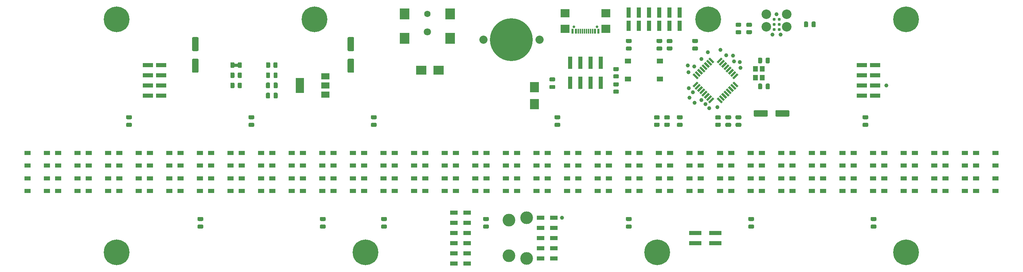
<source format=gbr>
%TF.GenerationSoftware,KiCad,Pcbnew,5.1.8-db9833491~88~ubuntu20.04.1*%
%TF.CreationDate,2020-12-13T22:35:30+05:30*%
%TF.ProjectId,halo,68616c6f-2e6b-4696-9361-645f70636258,v1*%
%TF.SameCoordinates,Original*%
%TF.FileFunction,Soldermask,Top*%
%TF.FilePolarity,Negative*%
%FSLAX46Y46*%
G04 Gerber Fmt 4.6, Leading zero omitted, Abs format (unit mm)*
G04 Created by KiCad (PCBNEW 5.1.8-db9833491~88~ubuntu20.04.1) date 2020-12-13 22:35:30*
%MOMM*%
%LPD*%
G01*
G04 APERTURE LIST*
%ADD10C,10.668000*%
%ADD11C,2.032000*%
%ADD12C,6.400000*%
%ADD13C,0.800000*%
%ADD14R,2.400000X2.800000*%
%ADD15C,1.600000*%
%ADD16C,1.800000*%
%ADD17R,1.905000X1.016000*%
%ADD18C,3.175000*%
%ADD19C,0.650000*%
%ADD20R,2.180000X2.000000*%
%ADD21R,0.300000X1.150000*%
%ADD22R,0.600000X1.150000*%
%ADD23R,2.000000X3.800000*%
%ADD24R,2.000000X1.500000*%
%ADD25R,1.500000X1.000000*%
%ADD26R,2.300000X2.500000*%
%ADD27C,1.000000*%
%ADD28R,2.540000X1.016000*%
%ADD29R,1.016000X2.540000*%
%ADD30C,0.100000*%
%ADD31R,1.200000X1.400000*%
%ADD32R,3.150000X1.000000*%
%ADD33R,2.500000X2.300000*%
%ADD34C,2.374900*%
%ADD35C,0.990600*%
%ADD36C,0.787400*%
%ADD37R,1.000000X3.150000*%
%ADD38R,1.550000X1.300000*%
%ADD39C,0.254000*%
G04 APERTURE END LIST*
D10*
%TO.C,J1*%
X139700000Y-68580000D03*
D11*
X132715000Y-68580000D03*
X146685000Y-68580000D03*
%TD*%
D12*
%TO.C,SC4*%
X237998000Y-63500000D03*
D13*
X240398000Y-63500000D03*
X239695056Y-65197056D03*
X237998000Y-65900000D03*
X236300944Y-65197056D03*
X235598000Y-63500000D03*
X236300944Y-61802944D03*
X237998000Y-61100000D03*
X239695056Y-61802944D03*
%TD*%
%TO.C,C17*%
G36*
G01*
X150335000Y-79001200D02*
X149385000Y-79001200D01*
G75*
G02*
X149135000Y-78751200I0J250000D01*
G01*
X149135000Y-78251200D01*
G75*
G02*
X149385000Y-78001200I250000J0D01*
G01*
X150335000Y-78001200D01*
G75*
G02*
X150585000Y-78251200I0J-250000D01*
G01*
X150585000Y-78751200D01*
G75*
G02*
X150335000Y-79001200I-250000J0D01*
G01*
G37*
G36*
G01*
X150335000Y-80901200D02*
X149385000Y-80901200D01*
G75*
G02*
X149135000Y-80651200I0J250000D01*
G01*
X149135000Y-80151200D01*
G75*
G02*
X149385000Y-79901200I250000J0D01*
G01*
X150335000Y-79901200D01*
G75*
G02*
X150585000Y-80151200I0J-250000D01*
G01*
X150585000Y-80651200D01*
G75*
G02*
X150335000Y-80901200I-250000J0D01*
G01*
G37*
%TD*%
D14*
%TO.C,J3*%
X124445000Y-68250000D03*
X124445000Y-62150000D03*
X113045000Y-62150000D03*
X113045000Y-68250000D03*
D15*
X118745000Y-62150000D03*
D16*
X118745000Y-66650000D03*
%TD*%
D17*
%TO.C,P7*%
X150241000Y-113030000D03*
X146939000Y-115570000D03*
X150241000Y-118110000D03*
X146939000Y-120650000D03*
X150241000Y-123190000D03*
X146939000Y-123190000D03*
X150241000Y-120650000D03*
X146939000Y-118110000D03*
X150241000Y-115570000D03*
X146939000Y-113030000D03*
D18*
X139065000Y-122555000D03*
X139065000Y-113665000D03*
%TD*%
D17*
%TO.C,P5*%
X128651000Y-124460000D03*
X125349000Y-121920000D03*
X128651000Y-119380000D03*
X125349000Y-116840000D03*
X128651000Y-114300000D03*
X125349000Y-111760000D03*
X128651000Y-111760000D03*
X125349000Y-114300000D03*
X128651000Y-116840000D03*
X125349000Y-119380000D03*
X128651000Y-121920000D03*
X125349000Y-124460000D03*
D18*
X143510000Y-113030000D03*
X143510000Y-123190000D03*
%TD*%
D19*
%TO.C,J2*%
X155225000Y-65405000D03*
X161005000Y-65405000D03*
D20*
X153005000Y-61975000D03*
X163225000Y-61975000D03*
X153005000Y-65905000D03*
X163225000Y-65905000D03*
D21*
X157865000Y-66480000D03*
X158365000Y-66480000D03*
X157365000Y-66480000D03*
X158865000Y-66480000D03*
X156865000Y-66480000D03*
X159365000Y-66480000D03*
X156365000Y-66480000D03*
X159865000Y-66480000D03*
D22*
X154915000Y-66480000D03*
X155715000Y-66480000D03*
X160515000Y-66480000D03*
X161315000Y-66480000D03*
%TD*%
%TO.C,C20*%
G36*
G01*
X176055000Y-70300000D02*
X177005000Y-70300000D01*
G75*
G02*
X177255000Y-70550000I0J-250000D01*
G01*
X177255000Y-71050000D01*
G75*
G02*
X177005000Y-71300000I-250000J0D01*
G01*
X176055000Y-71300000D01*
G75*
G02*
X175805000Y-71050000I0J250000D01*
G01*
X175805000Y-70550000D01*
G75*
G02*
X176055000Y-70300000I250000J0D01*
G01*
G37*
G36*
G01*
X176055000Y-68400000D02*
X177005000Y-68400000D01*
G75*
G02*
X177255000Y-68650000I0J-250000D01*
G01*
X177255000Y-69150000D01*
G75*
G02*
X177005000Y-69400000I-250000J0D01*
G01*
X176055000Y-69400000D01*
G75*
G02*
X175805000Y-69150000I0J250000D01*
G01*
X175805000Y-68650000D01*
G75*
G02*
X176055000Y-68400000I250000J0D01*
G01*
G37*
%TD*%
D23*
%TO.C,U2*%
X87020000Y-80010000D03*
D24*
X93320000Y-80010000D03*
X93320000Y-77710000D03*
X93320000Y-82310000D03*
%TD*%
%TO.C,R8*%
G36*
G01*
X199332002Y-65386000D02*
X198431998Y-65386000D01*
G75*
G02*
X198182000Y-65136002I0J249998D01*
G01*
X198182000Y-64610998D01*
G75*
G02*
X198431998Y-64361000I249998J0D01*
G01*
X199332002Y-64361000D01*
G75*
G02*
X199582000Y-64610998I0J-249998D01*
G01*
X199582000Y-65136002D01*
G75*
G02*
X199332002Y-65386000I-249998J0D01*
G01*
G37*
G36*
G01*
X199332002Y-67211000D02*
X198431998Y-67211000D01*
G75*
G02*
X198182000Y-66961002I0J249998D01*
G01*
X198182000Y-66435998D01*
G75*
G02*
X198431998Y-66186000I249998J0D01*
G01*
X199332002Y-66186000D01*
G75*
G02*
X199582000Y-66435998I0J-249998D01*
G01*
X199582000Y-66961002D01*
G75*
G02*
X199332002Y-67211000I-249998J0D01*
G01*
G37*
%TD*%
D25*
%TO.C,D2*%
X24040000Y-106375000D03*
X24040000Y-103175000D03*
X19140000Y-106375000D03*
X19140000Y-103175000D03*
%TD*%
D26*
%TO.C,D33*%
X145415000Y-80400000D03*
X145415000Y-84700000D03*
%TD*%
%TO.C,C11*%
G36*
G01*
X43975000Y-89350000D02*
X44925000Y-89350000D01*
G75*
G02*
X45175000Y-89600000I0J-250000D01*
G01*
X45175000Y-90100000D01*
G75*
G02*
X44925000Y-90350000I-250000J0D01*
G01*
X43975000Y-90350000D01*
G75*
G02*
X43725000Y-90100000I0J250000D01*
G01*
X43725000Y-89600000D01*
G75*
G02*
X43975000Y-89350000I250000J0D01*
G01*
G37*
G36*
G01*
X43975000Y-87450000D02*
X44925000Y-87450000D01*
G75*
G02*
X45175000Y-87700000I0J-250000D01*
G01*
X45175000Y-88200000D01*
G75*
G02*
X44925000Y-88450000I-250000J0D01*
G01*
X43975000Y-88450000D01*
G75*
G02*
X43725000Y-88200000I0J250000D01*
G01*
X43725000Y-87700000D01*
G75*
G02*
X43975000Y-87450000I250000J0D01*
G01*
G37*
%TD*%
%TO.C,C18*%
G36*
G01*
X133825000Y-113850000D02*
X132875000Y-113850000D01*
G75*
G02*
X132625000Y-113600000I0J250000D01*
G01*
X132625000Y-113100000D01*
G75*
G02*
X132875000Y-112850000I250000J0D01*
G01*
X133825000Y-112850000D01*
G75*
G02*
X134075000Y-113100000I0J-250000D01*
G01*
X134075000Y-113600000D01*
G75*
G02*
X133825000Y-113850000I-250000J0D01*
G01*
G37*
G36*
G01*
X133825000Y-115750000D02*
X132875000Y-115750000D01*
G75*
G02*
X132625000Y-115500000I0J250000D01*
G01*
X132625000Y-115000000D01*
G75*
G02*
X132875000Y-114750000I250000J0D01*
G01*
X133825000Y-114750000D01*
G75*
G02*
X134075000Y-115000000I0J-250000D01*
G01*
X134075000Y-115500000D01*
G75*
G02*
X133825000Y-115750000I-250000J0D01*
G01*
G37*
%TD*%
%TO.C,C10*%
G36*
G01*
X213545000Y-64295000D02*
X213545000Y-65245000D01*
G75*
G02*
X213295000Y-65495000I-250000J0D01*
G01*
X212795000Y-65495000D01*
G75*
G02*
X212545000Y-65245000I0J250000D01*
G01*
X212545000Y-64295000D01*
G75*
G02*
X212795000Y-64045000I250000J0D01*
G01*
X213295000Y-64045000D01*
G75*
G02*
X213545000Y-64295000I0J-250000D01*
G01*
G37*
G36*
G01*
X215445000Y-64295000D02*
X215445000Y-65245000D01*
G75*
G02*
X215195000Y-65495000I-250000J0D01*
G01*
X214695000Y-65495000D01*
G75*
G02*
X214445000Y-65245000I0J250000D01*
G01*
X214445000Y-64295000D01*
G75*
G02*
X214695000Y-64045000I250000J0D01*
G01*
X215195000Y-64045000D01*
G75*
G02*
X215445000Y-64295000I0J-250000D01*
G01*
G37*
%TD*%
%TO.C,C6*%
G36*
G01*
X202115000Y-73312000D02*
X202115000Y-74262000D01*
G75*
G02*
X201865000Y-74512000I-250000J0D01*
G01*
X201365000Y-74512000D01*
G75*
G02*
X201115000Y-74262000I0J250000D01*
G01*
X201115000Y-73312000D01*
G75*
G02*
X201365000Y-73062000I250000J0D01*
G01*
X201865000Y-73062000D01*
G75*
G02*
X202115000Y-73312000I0J-250000D01*
G01*
G37*
G36*
G01*
X204015000Y-73312000D02*
X204015000Y-74262000D01*
G75*
G02*
X203765000Y-74512000I-250000J0D01*
G01*
X203265000Y-74512000D01*
G75*
G02*
X203015000Y-74262000I0J250000D01*
G01*
X203015000Y-73312000D01*
G75*
G02*
X203265000Y-73062000I250000J0D01*
G01*
X203765000Y-73062000D01*
G75*
G02*
X204015000Y-73312000I0J-250000D01*
G01*
G37*
%TD*%
%TO.C,C9*%
G36*
G01*
X168435000Y-70300000D02*
X169385000Y-70300000D01*
G75*
G02*
X169635000Y-70550000I0J-250000D01*
G01*
X169635000Y-71050000D01*
G75*
G02*
X169385000Y-71300000I-250000J0D01*
G01*
X168435000Y-71300000D01*
G75*
G02*
X168185000Y-71050000I0J250000D01*
G01*
X168185000Y-70550000D01*
G75*
G02*
X168435000Y-70300000I250000J0D01*
G01*
G37*
G36*
G01*
X168435000Y-68400000D02*
X169385000Y-68400000D01*
G75*
G02*
X169635000Y-68650000I0J-250000D01*
G01*
X169635000Y-69150000D01*
G75*
G02*
X169385000Y-69400000I-250000J0D01*
G01*
X168435000Y-69400000D01*
G75*
G02*
X168185000Y-69150000I0J250000D01*
G01*
X168185000Y-68650000D01*
G75*
G02*
X168435000Y-68400000I250000J0D01*
G01*
G37*
%TD*%
%TO.C,R1*%
G36*
G01*
X178619998Y-70250000D02*
X179520002Y-70250000D01*
G75*
G02*
X179770000Y-70499998I0J-249998D01*
G01*
X179770000Y-71025002D01*
G75*
G02*
X179520002Y-71275000I-249998J0D01*
G01*
X178619998Y-71275000D01*
G75*
G02*
X178370000Y-71025002I0J249998D01*
G01*
X178370000Y-70499998D01*
G75*
G02*
X178619998Y-70250000I249998J0D01*
G01*
G37*
G36*
G01*
X178619998Y-68425000D02*
X179520002Y-68425000D01*
G75*
G02*
X179770000Y-68674998I0J-249998D01*
G01*
X179770000Y-69200002D01*
G75*
G02*
X179520002Y-69450000I-249998J0D01*
G01*
X178619998Y-69450000D01*
G75*
G02*
X178370000Y-69200002I0J249998D01*
G01*
X178370000Y-68674998D01*
G75*
G02*
X178619998Y-68425000I249998J0D01*
G01*
G37*
%TD*%
D27*
%TO.C,B1*%
X184034216Y-83050523D03*
%TD*%
%TO.C,B2*%
X185291451Y-84307759D03*
%TD*%
%TO.C,B3*%
X183585203Y-75058095D03*
%TD*%
%TO.C,B4*%
X183764808Y-76674541D03*
%TD*%
%TO.C,B5*%
X183854610Y-80715656D03*
%TD*%
%TO.C,B6*%
X184842439Y-81703485D03*
%TD*%
%TO.C,B7*%
X186997700Y-73441649D03*
%TD*%
%TO.C,B8*%
X185201649Y-75237700D03*
%TD*%
%TO.C,B9*%
X186997700Y-83679141D03*
%TD*%
%TO.C,B10*%
X187985528Y-84666969D03*
%TD*%
%TO.C,B11*%
X188973356Y-85654797D03*
%TD*%
%TO.C,B12*%
X190949013Y-85475192D03*
%TD*%
%TO.C,B13*%
X196696377Y-75596910D03*
%TD*%
%TO.C,B14*%
X196516772Y-74160069D03*
%TD*%
%TO.C,B15*%
X195079931Y-73980464D03*
%TD*%
%TO.C,B16*%
X194900325Y-72543623D03*
%TD*%
%TO.C,B17*%
X193194077Y-72453821D03*
%TD*%
%TO.C,B18*%
X191770000Y-71120000D03*
%TD*%
%TO.C,B19*%
X188595000Y-71755000D03*
%TD*%
%TO.C,C2*%
G36*
G01*
X185895000Y-69400000D02*
X184945000Y-69400000D01*
G75*
G02*
X184695000Y-69150000I0J250000D01*
G01*
X184695000Y-68650000D01*
G75*
G02*
X184945000Y-68400000I250000J0D01*
G01*
X185895000Y-68400000D01*
G75*
G02*
X186145000Y-68650000I0J-250000D01*
G01*
X186145000Y-69150000D01*
G75*
G02*
X185895000Y-69400000I-250000J0D01*
G01*
G37*
G36*
G01*
X185895000Y-71300000D02*
X184945000Y-71300000D01*
G75*
G02*
X184695000Y-71050000I0J250000D01*
G01*
X184695000Y-70550000D01*
G75*
G02*
X184945000Y-70300000I250000J0D01*
G01*
X185895000Y-70300000D01*
G75*
G02*
X186145000Y-70550000I0J-250000D01*
G01*
X186145000Y-71050000D01*
G75*
G02*
X185895000Y-71300000I-250000J0D01*
G01*
G37*
%TD*%
%TO.C,C3*%
G36*
G01*
X195740000Y-89350000D02*
X196690000Y-89350000D01*
G75*
G02*
X196940000Y-89600000I0J-250000D01*
G01*
X196940000Y-90100000D01*
G75*
G02*
X196690000Y-90350000I-250000J0D01*
G01*
X195740000Y-90350000D01*
G75*
G02*
X195490000Y-90100000I0J250000D01*
G01*
X195490000Y-89600000D01*
G75*
G02*
X195740000Y-89350000I250000J0D01*
G01*
G37*
G36*
G01*
X195740000Y-87450000D02*
X196690000Y-87450000D01*
G75*
G02*
X196940000Y-87700000I0J-250000D01*
G01*
X196940000Y-88200000D01*
G75*
G02*
X196690000Y-88450000I-250000J0D01*
G01*
X195740000Y-88450000D01*
G75*
G02*
X195490000Y-88200000I0J250000D01*
G01*
X195490000Y-87700000D01*
G75*
G02*
X195740000Y-87450000I250000J0D01*
G01*
G37*
%TD*%
%TO.C,C4*%
G36*
G01*
X193200000Y-89350000D02*
X194150000Y-89350000D01*
G75*
G02*
X194400000Y-89600000I0J-250000D01*
G01*
X194400000Y-90100000D01*
G75*
G02*
X194150000Y-90350000I-250000J0D01*
G01*
X193200000Y-90350000D01*
G75*
G02*
X192950000Y-90100000I0J250000D01*
G01*
X192950000Y-89600000D01*
G75*
G02*
X193200000Y-89350000I250000J0D01*
G01*
G37*
G36*
G01*
X193200000Y-87450000D02*
X194150000Y-87450000D01*
G75*
G02*
X194400000Y-87700000I0J-250000D01*
G01*
X194400000Y-88200000D01*
G75*
G02*
X194150000Y-88450000I-250000J0D01*
G01*
X193200000Y-88450000D01*
G75*
G02*
X192950000Y-88200000I0J250000D01*
G01*
X192950000Y-87700000D01*
G75*
G02*
X193200000Y-87450000I250000J0D01*
G01*
G37*
%TD*%
%TO.C,C5*%
G36*
G01*
X203015000Y-80739000D02*
X203015000Y-79789000D01*
G75*
G02*
X203265000Y-79539000I250000J0D01*
G01*
X203765000Y-79539000D01*
G75*
G02*
X204015000Y-79789000I0J-250000D01*
G01*
X204015000Y-80739000D01*
G75*
G02*
X203765000Y-80989000I-250000J0D01*
G01*
X203265000Y-80989000D01*
G75*
G02*
X203015000Y-80739000I0J250000D01*
G01*
G37*
G36*
G01*
X201115000Y-80739000D02*
X201115000Y-79789000D01*
G75*
G02*
X201365000Y-79539000I250000J0D01*
G01*
X201865000Y-79539000D01*
G75*
G02*
X202115000Y-79789000I0J-250000D01*
G01*
X202115000Y-80739000D01*
G75*
G02*
X201865000Y-80989000I-250000J0D01*
G01*
X201365000Y-80989000D01*
G75*
G02*
X201115000Y-80739000I0J250000D01*
G01*
G37*
%TD*%
%TO.C,C8*%
G36*
G01*
X79560000Y-79535000D02*
X79560000Y-80485000D01*
G75*
G02*
X79310000Y-80735000I-250000J0D01*
G01*
X78810000Y-80735000D01*
G75*
G02*
X78560000Y-80485000I0J250000D01*
G01*
X78560000Y-79535000D01*
G75*
G02*
X78810000Y-79285000I250000J0D01*
G01*
X79310000Y-79285000D01*
G75*
G02*
X79560000Y-79535000I0J-250000D01*
G01*
G37*
G36*
G01*
X81460000Y-79535000D02*
X81460000Y-80485000D01*
G75*
G02*
X81210000Y-80735000I-250000J0D01*
G01*
X80710000Y-80735000D01*
G75*
G02*
X80460000Y-80485000I0J250000D01*
G01*
X80460000Y-79535000D01*
G75*
G02*
X80710000Y-79285000I250000J0D01*
G01*
X81210000Y-79285000D01*
G75*
G02*
X81460000Y-79535000I0J-250000D01*
G01*
G37*
%TD*%
D25*
%TO.C,D3*%
X31660000Y-106375000D03*
X31660000Y-103175000D03*
X26760000Y-106375000D03*
X26760000Y-103175000D03*
%TD*%
%TO.C,D4*%
X31660000Y-100025000D03*
X31660000Y-96825000D03*
X26760000Y-100025000D03*
X26760000Y-96825000D03*
%TD*%
%TO.C,D10*%
X49620000Y-103175000D03*
X49620000Y-106375000D03*
X54520000Y-103175000D03*
X54520000Y-106375000D03*
%TD*%
%TO.C,D11*%
X62140000Y-106375000D03*
X62140000Y-103175000D03*
X57240000Y-106375000D03*
X57240000Y-103175000D03*
%TD*%
%TO.C,D17*%
X80100000Y-96825000D03*
X80100000Y-100025000D03*
X85000000Y-96825000D03*
X85000000Y-100025000D03*
%TD*%
%TO.C,D18*%
X80100000Y-103175000D03*
X80100000Y-106375000D03*
X85000000Y-103175000D03*
X85000000Y-106375000D03*
%TD*%
%TO.C,D19*%
X92620000Y-106375000D03*
X92620000Y-103175000D03*
X87720000Y-106375000D03*
X87720000Y-103175000D03*
%TD*%
%TO.C,D20*%
X92620000Y-100025000D03*
X92620000Y-96825000D03*
X87720000Y-100025000D03*
X87720000Y-96825000D03*
%TD*%
%TO.C,D21*%
X95340000Y-96825000D03*
X95340000Y-100025000D03*
X100240000Y-96825000D03*
X100240000Y-100025000D03*
%TD*%
%TO.C,D22*%
X95340000Y-103175000D03*
X95340000Y-106375000D03*
X100240000Y-103175000D03*
X100240000Y-106375000D03*
%TD*%
%TO.C,D23*%
X107860000Y-106375000D03*
X107860000Y-103175000D03*
X102960000Y-106375000D03*
X102960000Y-103175000D03*
%TD*%
%TO.C,D28*%
X123100000Y-100025000D03*
X123100000Y-96825000D03*
X118200000Y-100025000D03*
X118200000Y-96825000D03*
%TD*%
%TO.C,D29*%
X125820000Y-96825000D03*
X125820000Y-100025000D03*
X130720000Y-96825000D03*
X130720000Y-100025000D03*
%TD*%
%TO.C,D30*%
X125820000Y-103175000D03*
X125820000Y-106375000D03*
X130720000Y-103175000D03*
X130720000Y-106375000D03*
%TD*%
%TO.C,D35*%
G36*
G01*
X81435000Y-77013750D02*
X81435000Y-77926250D01*
G75*
G02*
X81191250Y-78170000I-243750J0D01*
G01*
X80703750Y-78170000D01*
G75*
G02*
X80460000Y-77926250I0J243750D01*
G01*
X80460000Y-77013750D01*
G75*
G02*
X80703750Y-76770000I243750J0D01*
G01*
X81191250Y-76770000D01*
G75*
G02*
X81435000Y-77013750I0J-243750D01*
G01*
G37*
G36*
G01*
X79560000Y-77013750D02*
X79560000Y-77926250D01*
G75*
G02*
X79316250Y-78170000I-243750J0D01*
G01*
X78828750Y-78170000D01*
G75*
G02*
X78585000Y-77926250I0J243750D01*
G01*
X78585000Y-77013750D01*
G75*
G02*
X78828750Y-76770000I243750J0D01*
G01*
X79316250Y-76770000D01*
G75*
G02*
X79560000Y-77013750I0J-243750D01*
G01*
G37*
%TD*%
%TO.C,D36*%
G36*
G01*
X196671250Y-67211000D02*
X195758750Y-67211000D01*
G75*
G02*
X195515000Y-66967250I0J243750D01*
G01*
X195515000Y-66479750D01*
G75*
G02*
X195758750Y-66236000I243750J0D01*
G01*
X196671250Y-66236000D01*
G75*
G02*
X196915000Y-66479750I0J-243750D01*
G01*
X196915000Y-66967250D01*
G75*
G02*
X196671250Y-67211000I-243750J0D01*
G01*
G37*
G36*
G01*
X196671250Y-65336000D02*
X195758750Y-65336000D01*
G75*
G02*
X195515000Y-65092250I0J243750D01*
G01*
X195515000Y-64604750D01*
G75*
G02*
X195758750Y-64361000I243750J0D01*
G01*
X196671250Y-64361000D01*
G75*
G02*
X196915000Y-64604750I0J-243750D01*
G01*
X196915000Y-65092250D01*
G75*
G02*
X196671250Y-65336000I-243750J0D01*
G01*
G37*
%TD*%
D28*
%TO.C,P1*%
X49149000Y-82550000D03*
X52451000Y-80010000D03*
X49149000Y-77470000D03*
X52451000Y-74930000D03*
X52451000Y-82550000D03*
X52451000Y-77470000D03*
X49149000Y-80010000D03*
X49149000Y-74930000D03*
%TD*%
D29*
%TO.C,P2*%
X168910000Y-61849000D03*
X171450000Y-65151000D03*
X173990000Y-61849000D03*
X176530000Y-65151000D03*
X179070000Y-61849000D03*
X181610000Y-65151000D03*
X181610000Y-61849000D03*
X176530000Y-61849000D03*
X171450000Y-61849000D03*
X179070000Y-65151000D03*
X173990000Y-65151000D03*
X168910000Y-65151000D03*
%TD*%
%TO.C,R2*%
G36*
G01*
X176345002Y-88500000D02*
X175444998Y-88500000D01*
G75*
G02*
X175195000Y-88250002I0J249998D01*
G01*
X175195000Y-87724998D01*
G75*
G02*
X175444998Y-87475000I249998J0D01*
G01*
X176345002Y-87475000D01*
G75*
G02*
X176595000Y-87724998I0J-249998D01*
G01*
X176595000Y-88250002D01*
G75*
G02*
X176345002Y-88500000I-249998J0D01*
G01*
G37*
G36*
G01*
X176345002Y-90325000D02*
X175444998Y-90325000D01*
G75*
G02*
X175195000Y-90075002I0J249998D01*
G01*
X175195000Y-89549998D01*
G75*
G02*
X175444998Y-89300000I249998J0D01*
G01*
X176345002Y-89300000D01*
G75*
G02*
X176595000Y-89549998I0J-249998D01*
G01*
X176595000Y-90075002D01*
G75*
G02*
X176345002Y-90325000I-249998J0D01*
G01*
G37*
%TD*%
%TO.C,R3*%
G36*
G01*
X178885002Y-88500000D02*
X177984998Y-88500000D01*
G75*
G02*
X177735000Y-88250002I0J249998D01*
G01*
X177735000Y-87724998D01*
G75*
G02*
X177984998Y-87475000I249998J0D01*
G01*
X178885002Y-87475000D01*
G75*
G02*
X179135000Y-87724998I0J-249998D01*
G01*
X179135000Y-88250002D01*
G75*
G02*
X178885002Y-88500000I-249998J0D01*
G01*
G37*
G36*
G01*
X178885002Y-90325000D02*
X177984998Y-90325000D01*
G75*
G02*
X177735000Y-90075002I0J249998D01*
G01*
X177735000Y-89549998D01*
G75*
G02*
X177984998Y-89300000I249998J0D01*
G01*
X178885002Y-89300000D01*
G75*
G02*
X179135000Y-89549998I0J-249998D01*
G01*
X179135000Y-90075002D01*
G75*
G02*
X178885002Y-90325000I-249998J0D01*
G01*
G37*
%TD*%
%TO.C,R4*%
G36*
G01*
X191585002Y-88500000D02*
X190684998Y-88500000D01*
G75*
G02*
X190435000Y-88250002I0J249998D01*
G01*
X190435000Y-87724998D01*
G75*
G02*
X190684998Y-87475000I249998J0D01*
G01*
X191585002Y-87475000D01*
G75*
G02*
X191835000Y-87724998I0J-249998D01*
G01*
X191835000Y-88250002D01*
G75*
G02*
X191585002Y-88500000I-249998J0D01*
G01*
G37*
G36*
G01*
X191585002Y-90325000D02*
X190684998Y-90325000D01*
G75*
G02*
X190435000Y-90075002I0J249998D01*
G01*
X190435000Y-89549998D01*
G75*
G02*
X190684998Y-89300000I249998J0D01*
G01*
X191585002Y-89300000D01*
G75*
G02*
X191835000Y-89549998I0J-249998D01*
G01*
X191835000Y-90075002D01*
G75*
G02*
X191585002Y-90325000I-249998J0D01*
G01*
G37*
%TD*%
%TO.C,R5*%
G36*
G01*
X166185002Y-80245000D02*
X165284998Y-80245000D01*
G75*
G02*
X165035000Y-79995002I0J249998D01*
G01*
X165035000Y-79469998D01*
G75*
G02*
X165284998Y-79220000I249998J0D01*
G01*
X166185002Y-79220000D01*
G75*
G02*
X166435000Y-79469998I0J-249998D01*
G01*
X166435000Y-79995002D01*
G75*
G02*
X166185002Y-80245000I-249998J0D01*
G01*
G37*
G36*
G01*
X166185002Y-82070000D02*
X165284998Y-82070000D01*
G75*
G02*
X165035000Y-81820002I0J249998D01*
G01*
X165035000Y-81294998D01*
G75*
G02*
X165284998Y-81045000I249998J0D01*
G01*
X166185002Y-81045000D01*
G75*
G02*
X166435000Y-81294998I0J-249998D01*
G01*
X166435000Y-81820002D01*
G75*
G02*
X166185002Y-82070000I-249998J0D01*
G01*
G37*
%TD*%
%TO.C,R6*%
G36*
G01*
X165284998Y-77235000D02*
X166185002Y-77235000D01*
G75*
G02*
X166435000Y-77484998I0J-249998D01*
G01*
X166435000Y-78010002D01*
G75*
G02*
X166185002Y-78260000I-249998J0D01*
G01*
X165284998Y-78260000D01*
G75*
G02*
X165035000Y-78010002I0J249998D01*
G01*
X165035000Y-77484998D01*
G75*
G02*
X165284998Y-77235000I249998J0D01*
G01*
G37*
G36*
G01*
X165284998Y-75410000D02*
X166185002Y-75410000D01*
G75*
G02*
X166435000Y-75659998I0J-249998D01*
G01*
X166435000Y-76185002D01*
G75*
G02*
X166185002Y-76435000I-249998J0D01*
G01*
X165284998Y-76435000D01*
G75*
G02*
X165035000Y-76185002I0J249998D01*
G01*
X165035000Y-75659998D01*
G75*
G02*
X165284998Y-75410000I249998J0D01*
G01*
G37*
%TD*%
%TO.C,R7*%
G36*
G01*
X79610000Y-74479998D02*
X79610000Y-75380002D01*
G75*
G02*
X79360002Y-75630000I-249998J0D01*
G01*
X78834998Y-75630000D01*
G75*
G02*
X78585000Y-75380002I0J249998D01*
G01*
X78585000Y-74479998D01*
G75*
G02*
X78834998Y-74230000I249998J0D01*
G01*
X79360002Y-74230000D01*
G75*
G02*
X79610000Y-74479998I0J-249998D01*
G01*
G37*
G36*
G01*
X81435000Y-74479998D02*
X81435000Y-75380002D01*
G75*
G02*
X81185002Y-75630000I-249998J0D01*
G01*
X80659998Y-75630000D01*
G75*
G02*
X80410000Y-75380002I0J249998D01*
G01*
X80410000Y-74479998D01*
G75*
G02*
X80659998Y-74230000I249998J0D01*
G01*
X81185002Y-74230000D01*
G75*
G02*
X81435000Y-74479998I0J-249998D01*
G01*
G37*
%TD*%
D12*
%TO.C,SC2*%
X90678000Y-63500000D03*
D13*
X93078000Y-63500000D03*
X92375056Y-65197056D03*
X90678000Y-65900000D03*
X88980944Y-65197056D03*
X88278000Y-63500000D03*
X88980944Y-61802944D03*
X90678000Y-61100000D03*
X92375056Y-61802944D03*
%TD*%
D12*
%TO.C,SC3*%
X188722000Y-63500000D03*
D13*
X191122000Y-63500000D03*
X190419056Y-65197056D03*
X188722000Y-65900000D03*
X187024944Y-65197056D03*
X186322000Y-63500000D03*
X187024944Y-61802944D03*
X188722000Y-61100000D03*
X190419056Y-61802944D03*
%TD*%
D12*
%TO.C,SC5*%
X237998000Y-121666000D03*
D13*
X240398000Y-121666000D03*
X239695056Y-123363056D03*
X237998000Y-124066000D03*
X236300944Y-123363056D03*
X235598000Y-121666000D03*
X236300944Y-119968944D03*
X237998000Y-119266000D03*
X239695056Y-119968944D03*
%TD*%
D12*
%TO.C,SC6*%
X176022000Y-121666000D03*
D13*
X178422000Y-121666000D03*
X177719056Y-123363056D03*
X176022000Y-124066000D03*
X174324944Y-123363056D03*
X173622000Y-121666000D03*
X174324944Y-119968944D03*
X176022000Y-119266000D03*
X177719056Y-119968944D03*
%TD*%
D12*
%TO.C,SC7*%
X103378000Y-121666000D03*
D13*
X105778000Y-121666000D03*
X105075056Y-123363056D03*
X103378000Y-124066000D03*
X101680944Y-123363056D03*
X100978000Y-121666000D03*
X101680944Y-119968944D03*
X103378000Y-119266000D03*
X105075056Y-119968944D03*
%TD*%
D12*
%TO.C,SC8*%
X41402000Y-121666000D03*
D13*
X43802000Y-121666000D03*
X43099056Y-123363056D03*
X41402000Y-124066000D03*
X39704944Y-123363056D03*
X39002000Y-121666000D03*
X39704944Y-119968944D03*
X41402000Y-119266000D03*
X43099056Y-119968944D03*
%TD*%
D30*
%TO.C,U1*%
G36*
X192285445Y-84096334D02*
G01*
X191896536Y-84485243D01*
X190765165Y-83353872D01*
X191154074Y-82964963D01*
X192285445Y-84096334D01*
G37*
G36*
X192851130Y-83530648D02*
G01*
X192462221Y-83919557D01*
X191330850Y-82788186D01*
X191719759Y-82399277D01*
X192851130Y-83530648D01*
G37*
G36*
X193416816Y-82964963D02*
G01*
X193027907Y-83353872D01*
X191896536Y-82222501D01*
X192285445Y-81833592D01*
X193416816Y-82964963D01*
G37*
G36*
X193982501Y-82399278D02*
G01*
X193593592Y-82788187D01*
X192462221Y-81656816D01*
X192851130Y-81267907D01*
X193982501Y-82399278D01*
G37*
G36*
X194548187Y-81833592D02*
G01*
X194159278Y-82222501D01*
X193027907Y-81091130D01*
X193416816Y-80702221D01*
X194548187Y-81833592D01*
G37*
G36*
X195113872Y-81267907D02*
G01*
X194724963Y-81656816D01*
X193593592Y-80525445D01*
X193982501Y-80136536D01*
X195113872Y-81267907D01*
G37*
G36*
X195679557Y-80702221D02*
G01*
X195290648Y-81091130D01*
X194159277Y-79959759D01*
X194548186Y-79570850D01*
X195679557Y-80702221D01*
G37*
G36*
X196245243Y-80136536D02*
G01*
X195856334Y-80525445D01*
X194724963Y-79394074D01*
X195113872Y-79005165D01*
X196245243Y-80136536D01*
G37*
G36*
X195856334Y-76954555D02*
G01*
X196245243Y-77343464D01*
X195113872Y-78474835D01*
X194724963Y-78085926D01*
X195856334Y-76954555D01*
G37*
G36*
X195290648Y-76388870D02*
G01*
X195679557Y-76777779D01*
X194548186Y-77909150D01*
X194159277Y-77520241D01*
X195290648Y-76388870D01*
G37*
G36*
X194724963Y-75823184D02*
G01*
X195113872Y-76212093D01*
X193982501Y-77343464D01*
X193593592Y-76954555D01*
X194724963Y-75823184D01*
G37*
G36*
X194159278Y-75257499D02*
G01*
X194548187Y-75646408D01*
X193416816Y-76777779D01*
X193027907Y-76388870D01*
X194159278Y-75257499D01*
G37*
G36*
X193593592Y-74691813D02*
G01*
X193982501Y-75080722D01*
X192851130Y-76212093D01*
X192462221Y-75823184D01*
X193593592Y-74691813D01*
G37*
G36*
X193027907Y-74126128D02*
G01*
X193416816Y-74515037D01*
X192285445Y-75646408D01*
X191896536Y-75257499D01*
X193027907Y-74126128D01*
G37*
G36*
X192462221Y-73560443D02*
G01*
X192851130Y-73949352D01*
X191719759Y-75080723D01*
X191330850Y-74691814D01*
X192462221Y-73560443D01*
G37*
G36*
X191896536Y-72994757D02*
G01*
X192285445Y-73383666D01*
X191154074Y-74515037D01*
X190765165Y-74126128D01*
X191896536Y-72994757D01*
G37*
G36*
X190234835Y-74126128D02*
G01*
X189845926Y-74515037D01*
X188714555Y-73383666D01*
X189103464Y-72994757D01*
X190234835Y-74126128D01*
G37*
G36*
X189669150Y-74691814D02*
G01*
X189280241Y-75080723D01*
X188148870Y-73949352D01*
X188537779Y-73560443D01*
X189669150Y-74691814D01*
G37*
G36*
X189103464Y-75257499D02*
G01*
X188714555Y-75646408D01*
X187583184Y-74515037D01*
X187972093Y-74126128D01*
X189103464Y-75257499D01*
G37*
G36*
X188537779Y-75823184D02*
G01*
X188148870Y-76212093D01*
X187017499Y-75080722D01*
X187406408Y-74691813D01*
X188537779Y-75823184D01*
G37*
G36*
X187972093Y-76388870D02*
G01*
X187583184Y-76777779D01*
X186451813Y-75646408D01*
X186840722Y-75257499D01*
X187972093Y-76388870D01*
G37*
G36*
X187406408Y-76954555D02*
G01*
X187017499Y-77343464D01*
X185886128Y-76212093D01*
X186275037Y-75823184D01*
X187406408Y-76954555D01*
G37*
G36*
X186840723Y-77520241D02*
G01*
X186451814Y-77909150D01*
X185320443Y-76777779D01*
X185709352Y-76388870D01*
X186840723Y-77520241D01*
G37*
G36*
X186275037Y-78085926D02*
G01*
X185886128Y-78474835D01*
X184754757Y-77343464D01*
X185143666Y-76954555D01*
X186275037Y-78085926D01*
G37*
G36*
X185886128Y-79005165D02*
G01*
X186275037Y-79394074D01*
X185143666Y-80525445D01*
X184754757Y-80136536D01*
X185886128Y-79005165D01*
G37*
G36*
X186451814Y-79570850D02*
G01*
X186840723Y-79959759D01*
X185709352Y-81091130D01*
X185320443Y-80702221D01*
X186451814Y-79570850D01*
G37*
G36*
X187017499Y-80136536D02*
G01*
X187406408Y-80525445D01*
X186275037Y-81656816D01*
X185886128Y-81267907D01*
X187017499Y-80136536D01*
G37*
G36*
X187583184Y-80702221D02*
G01*
X187972093Y-81091130D01*
X186840722Y-82222501D01*
X186451813Y-81833592D01*
X187583184Y-80702221D01*
G37*
G36*
X188148870Y-81267907D02*
G01*
X188537779Y-81656816D01*
X187406408Y-82788187D01*
X187017499Y-82399278D01*
X188148870Y-81267907D01*
G37*
G36*
X188714555Y-81833592D02*
G01*
X189103464Y-82222501D01*
X187972093Y-83353872D01*
X187583184Y-82964963D01*
X188714555Y-81833592D01*
G37*
G36*
X189280241Y-82399277D02*
G01*
X189669150Y-82788186D01*
X188537779Y-83919557D01*
X188148870Y-83530648D01*
X189280241Y-82399277D01*
G37*
G36*
X189845926Y-82964963D02*
G01*
X190234835Y-83353872D01*
X189103464Y-84485243D01*
X188714555Y-84096334D01*
X189845926Y-82964963D01*
G37*
%TD*%
D31*
%TO.C,X1*%
X200445000Y-78062001D03*
X200445000Y-75862001D03*
X202145000Y-75862001D03*
X202145000Y-78062001D03*
%TD*%
D32*
%TO.C,SW2*%
X185435000Y-116840000D03*
X190485000Y-116840000D03*
X185435000Y-119380000D03*
X190485000Y-119380000D03*
%TD*%
D33*
%TO.C,D34*%
X121530000Y-76200000D03*
X117230000Y-76200000D03*
%TD*%
%TO.C,C19*%
G36*
G01*
X79560000Y-82075000D02*
X79560000Y-83025000D01*
G75*
G02*
X79310000Y-83275000I-250000J0D01*
G01*
X78810000Y-83275000D01*
G75*
G02*
X78560000Y-83025000I0J250000D01*
G01*
X78560000Y-82075000D01*
G75*
G02*
X78810000Y-81825000I250000J0D01*
G01*
X79310000Y-81825000D01*
G75*
G02*
X79560000Y-82075000I0J-250000D01*
G01*
G37*
G36*
G01*
X81460000Y-82075000D02*
X81460000Y-83025000D01*
G75*
G02*
X81210000Y-83275000I-250000J0D01*
G01*
X80710000Y-83275000D01*
G75*
G02*
X80460000Y-83025000I0J250000D01*
G01*
X80460000Y-82075000D01*
G75*
G02*
X80710000Y-81825000I250000J0D01*
G01*
X81210000Y-81825000D01*
G75*
G02*
X81460000Y-82075000I0J-250000D01*
G01*
G37*
%TD*%
%TO.C,R9*%
G36*
G01*
X69695000Y-77920002D02*
X69695000Y-77019998D01*
G75*
G02*
X69944998Y-76770000I249998J0D01*
G01*
X70470002Y-76770000D01*
G75*
G02*
X70720000Y-77019998I0J-249998D01*
G01*
X70720000Y-77920002D01*
G75*
G02*
X70470002Y-78170000I-249998J0D01*
G01*
X69944998Y-78170000D01*
G75*
G02*
X69695000Y-77920002I0J249998D01*
G01*
G37*
G36*
G01*
X71520000Y-77920002D02*
X71520000Y-77019998D01*
G75*
G02*
X71769998Y-76770000I249998J0D01*
G01*
X72295002Y-76770000D01*
G75*
G02*
X72545000Y-77019998I0J-249998D01*
G01*
X72545000Y-77920002D01*
G75*
G02*
X72295002Y-78170000I-249998J0D01*
G01*
X71769998Y-78170000D01*
G75*
G02*
X71520000Y-77920002I0J249998D01*
G01*
G37*
%TD*%
%TO.C,R10*%
G36*
G01*
X71520000Y-80460002D02*
X71520000Y-79559998D01*
G75*
G02*
X71769998Y-79310000I249998J0D01*
G01*
X72295002Y-79310000D01*
G75*
G02*
X72545000Y-79559998I0J-249998D01*
G01*
X72545000Y-80460002D01*
G75*
G02*
X72295002Y-80710000I-249998J0D01*
G01*
X71769998Y-80710000D01*
G75*
G02*
X71520000Y-80460002I0J249998D01*
G01*
G37*
G36*
G01*
X69695000Y-80460002D02*
X69695000Y-79559998D01*
G75*
G02*
X69944998Y-79310000I249998J0D01*
G01*
X70470002Y-79310000D01*
G75*
G02*
X70720000Y-79559998I0J-249998D01*
G01*
X70720000Y-80460002D01*
G75*
G02*
X70470002Y-80710000I-249998J0D01*
G01*
X69944998Y-80710000D01*
G75*
G02*
X69695000Y-80460002I0J249998D01*
G01*
G37*
%TD*%
D27*
%TO.C,B20*%
X233045000Y-80010000D03*
%TD*%
%TO.C,C22*%
G36*
G01*
X169385000Y-115750000D02*
X168435000Y-115750000D01*
G75*
G02*
X168185000Y-115500000I0J250000D01*
G01*
X168185000Y-115000000D01*
G75*
G02*
X168435000Y-114750000I250000J0D01*
G01*
X169385000Y-114750000D01*
G75*
G02*
X169635000Y-115000000I0J-250000D01*
G01*
X169635000Y-115500000D01*
G75*
G02*
X169385000Y-115750000I-250000J0D01*
G01*
G37*
G36*
G01*
X169385000Y-113850000D02*
X168435000Y-113850000D01*
G75*
G02*
X168185000Y-113600000I0J250000D01*
G01*
X168185000Y-113100000D01*
G75*
G02*
X168435000Y-112850000I250000J0D01*
G01*
X169385000Y-112850000D01*
G75*
G02*
X169635000Y-113100000I0J-250000D01*
G01*
X169635000Y-113600000D01*
G75*
G02*
X169385000Y-113850000I-250000J0D01*
G01*
G37*
%TD*%
%TO.C,C23*%
G36*
G01*
X181135000Y-89350000D02*
X182085000Y-89350000D01*
G75*
G02*
X182335000Y-89600000I0J-250000D01*
G01*
X182335000Y-90100000D01*
G75*
G02*
X182085000Y-90350000I-250000J0D01*
G01*
X181135000Y-90350000D01*
G75*
G02*
X180885000Y-90100000I0J250000D01*
G01*
X180885000Y-89600000D01*
G75*
G02*
X181135000Y-89350000I250000J0D01*
G01*
G37*
G36*
G01*
X181135000Y-87450000D02*
X182085000Y-87450000D01*
G75*
G02*
X182335000Y-87700000I0J-250000D01*
G01*
X182335000Y-88200000D01*
G75*
G02*
X182085000Y-88450000I-250000J0D01*
G01*
X181135000Y-88450000D01*
G75*
G02*
X180885000Y-88200000I0J250000D01*
G01*
X180885000Y-87700000D01*
G75*
G02*
X181135000Y-87450000I250000J0D01*
G01*
G37*
%TD*%
%TO.C,C24*%
G36*
G01*
X199865000Y-115750000D02*
X198915000Y-115750000D01*
G75*
G02*
X198665000Y-115500000I0J250000D01*
G01*
X198665000Y-115000000D01*
G75*
G02*
X198915000Y-114750000I250000J0D01*
G01*
X199865000Y-114750000D01*
G75*
G02*
X200115000Y-115000000I0J-250000D01*
G01*
X200115000Y-115500000D01*
G75*
G02*
X199865000Y-115750000I-250000J0D01*
G01*
G37*
G36*
G01*
X199865000Y-113850000D02*
X198915000Y-113850000D01*
G75*
G02*
X198665000Y-113600000I0J250000D01*
G01*
X198665000Y-113100000D01*
G75*
G02*
X198915000Y-112850000I250000J0D01*
G01*
X199865000Y-112850000D01*
G75*
G02*
X200115000Y-113100000I0J-250000D01*
G01*
X200115000Y-113600000D01*
G75*
G02*
X199865000Y-113850000I-250000J0D01*
G01*
G37*
%TD*%
%TO.C,C25*%
G36*
G01*
X230345000Y-113850000D02*
X229395000Y-113850000D01*
G75*
G02*
X229145000Y-113600000I0J250000D01*
G01*
X229145000Y-113100000D01*
G75*
G02*
X229395000Y-112850000I250000J0D01*
G01*
X230345000Y-112850000D01*
G75*
G02*
X230595000Y-113100000I0J-250000D01*
G01*
X230595000Y-113600000D01*
G75*
G02*
X230345000Y-113850000I-250000J0D01*
G01*
G37*
G36*
G01*
X230345000Y-115750000D02*
X229395000Y-115750000D01*
G75*
G02*
X229145000Y-115500000I0J250000D01*
G01*
X229145000Y-115000000D01*
G75*
G02*
X229395000Y-114750000I250000J0D01*
G01*
X230345000Y-114750000D01*
G75*
G02*
X230595000Y-115000000I0J-250000D01*
G01*
X230595000Y-115500000D01*
G75*
G02*
X230345000Y-115750000I-250000J0D01*
G01*
G37*
%TD*%
%TO.C,C26*%
G36*
G01*
X227363000Y-87450000D02*
X228313000Y-87450000D01*
G75*
G02*
X228563000Y-87700000I0J-250000D01*
G01*
X228563000Y-88200000D01*
G75*
G02*
X228313000Y-88450000I-250000J0D01*
G01*
X227363000Y-88450000D01*
G75*
G02*
X227113000Y-88200000I0J250000D01*
G01*
X227113000Y-87700000D01*
G75*
G02*
X227363000Y-87450000I250000J0D01*
G01*
G37*
G36*
G01*
X227363000Y-89350000D02*
X228313000Y-89350000D01*
G75*
G02*
X228563000Y-89600000I0J-250000D01*
G01*
X228563000Y-90100000D01*
G75*
G02*
X228313000Y-90350000I-250000J0D01*
G01*
X227363000Y-90350000D01*
G75*
G02*
X227113000Y-90100000I0J250000D01*
G01*
X227113000Y-89600000D01*
G75*
G02*
X227363000Y-89350000I250000J0D01*
G01*
G37*
%TD*%
D25*
%TO.C,D41*%
X156300000Y-96825000D03*
X156300000Y-100025000D03*
X161200000Y-96825000D03*
X161200000Y-100025000D03*
%TD*%
%TO.C,D42*%
X156300000Y-103175000D03*
X156300000Y-106375000D03*
X161200000Y-103175000D03*
X161200000Y-106375000D03*
%TD*%
%TO.C,D43*%
X163920000Y-103175000D03*
X163920000Y-106375000D03*
X168820000Y-103175000D03*
X168820000Y-106375000D03*
%TD*%
%TO.C,D44*%
X168820000Y-100025000D03*
X168820000Y-96825000D03*
X163920000Y-100025000D03*
X163920000Y-96825000D03*
%TD*%
%TO.C,D45*%
X176440000Y-100025000D03*
X176440000Y-96825000D03*
X171540000Y-100025000D03*
X171540000Y-96825000D03*
%TD*%
%TO.C,D48*%
X184060000Y-100025000D03*
X184060000Y-96825000D03*
X179160000Y-100025000D03*
X179160000Y-96825000D03*
%TD*%
%TO.C,D49*%
X191680000Y-100025000D03*
X191680000Y-96825000D03*
X186780000Y-100025000D03*
X186780000Y-96825000D03*
%TD*%
%TO.C,D50*%
X186780000Y-103175000D03*
X186780000Y-106375000D03*
X191680000Y-103175000D03*
X191680000Y-106375000D03*
%TD*%
%TO.C,D51*%
X194400000Y-103175000D03*
X194400000Y-106375000D03*
X199300000Y-103175000D03*
X199300000Y-106375000D03*
%TD*%
%TO.C,D52*%
X199300000Y-100025000D03*
X199300000Y-96825000D03*
X194400000Y-100025000D03*
X194400000Y-96825000D03*
%TD*%
%TO.C,D60*%
X224880000Y-96825000D03*
X224880000Y-100025000D03*
X229780000Y-96825000D03*
X229780000Y-100025000D03*
%TD*%
%TO.C,D61*%
X237400000Y-100025000D03*
X237400000Y-96825000D03*
X232500000Y-100025000D03*
X232500000Y-96825000D03*
%TD*%
%TO.C,D62*%
X232500000Y-103175000D03*
X232500000Y-106375000D03*
X237400000Y-103175000D03*
X237400000Y-106375000D03*
%TD*%
%TO.C,D63*%
X240120000Y-103175000D03*
X240120000Y-106375000D03*
X245020000Y-103175000D03*
X245020000Y-106375000D03*
%TD*%
%TO.C,D67*%
X255360000Y-103175000D03*
X255360000Y-106375000D03*
X260260000Y-103175000D03*
X260260000Y-106375000D03*
%TD*%
%TO.C,D68*%
X255360000Y-96825000D03*
X255360000Y-100025000D03*
X260260000Y-96825000D03*
X260260000Y-100025000D03*
%TD*%
D34*
%TO.C,P3*%
X208280000Y-65405000D03*
X203200000Y-65405000D03*
X203200000Y-62230000D03*
X208280000Y-62230000D03*
D35*
X204724000Y-67310000D03*
X206756000Y-67310000D03*
X205740000Y-62230000D03*
D36*
X206375000Y-66040000D03*
X205105000Y-66040000D03*
X206375000Y-64770000D03*
X205105000Y-64770000D03*
X206375000Y-63500000D03*
X205105000Y-63500000D03*
%TD*%
D37*
%TO.C,P6*%
X154305000Y-79360000D03*
X154305000Y-74310000D03*
X156845000Y-79360000D03*
X156845000Y-74310000D03*
X159385000Y-79360000D03*
X159385000Y-74310000D03*
X161925000Y-79360000D03*
X161925000Y-74310000D03*
%TD*%
%TO.C,R11*%
G36*
G01*
X69695000Y-75380002D02*
X69695000Y-74479998D01*
G75*
G02*
X69944998Y-74230000I249998J0D01*
G01*
X70470002Y-74230000D01*
G75*
G02*
X70720000Y-74479998I0J-249998D01*
G01*
X70720000Y-75380002D01*
G75*
G02*
X70470002Y-75630000I-249998J0D01*
G01*
X69944998Y-75630000D01*
G75*
G02*
X69695000Y-75380002I0J249998D01*
G01*
G37*
G36*
G01*
X71520000Y-75380002D02*
X71520000Y-74479998D01*
G75*
G02*
X71769998Y-74230000I249998J0D01*
G01*
X72295002Y-74230000D01*
G75*
G02*
X72545000Y-74479998I0J-249998D01*
G01*
X72545000Y-75380002D01*
G75*
G02*
X72295002Y-75630000I-249998J0D01*
G01*
X71769998Y-75630000D01*
G75*
G02*
X71520000Y-75380002I0J249998D01*
G01*
G37*
%TD*%
D38*
%TO.C,SW1*%
X176695000Y-73950000D03*
X176695000Y-78450000D03*
X168745000Y-78450000D03*
X168745000Y-73950000D03*
%TD*%
D25*
%TO.C,D1*%
X19140000Y-96825000D03*
X19140000Y-100025000D03*
X24040000Y-96825000D03*
X24040000Y-100025000D03*
%TD*%
%TO.C,C12*%
G36*
G01*
X62705000Y-113850000D02*
X61755000Y-113850000D01*
G75*
G02*
X61505000Y-113600000I0J250000D01*
G01*
X61505000Y-113100000D01*
G75*
G02*
X61755000Y-112850000I250000J0D01*
G01*
X62705000Y-112850000D01*
G75*
G02*
X62955000Y-113100000I0J-250000D01*
G01*
X62955000Y-113600000D01*
G75*
G02*
X62705000Y-113850000I-250000J0D01*
G01*
G37*
G36*
G01*
X62705000Y-115750000D02*
X61755000Y-115750000D01*
G75*
G02*
X61505000Y-115500000I0J250000D01*
G01*
X61505000Y-115000000D01*
G75*
G02*
X61755000Y-114750000I250000J0D01*
G01*
X62705000Y-114750000D01*
G75*
G02*
X62955000Y-115000000I0J-250000D01*
G01*
X62955000Y-115500000D01*
G75*
G02*
X62705000Y-115750000I-250000J0D01*
G01*
G37*
%TD*%
%TO.C,C13*%
G36*
G01*
X74455000Y-87450000D02*
X75405000Y-87450000D01*
G75*
G02*
X75655000Y-87700000I0J-250000D01*
G01*
X75655000Y-88200000D01*
G75*
G02*
X75405000Y-88450000I-250000J0D01*
G01*
X74455000Y-88450000D01*
G75*
G02*
X74205000Y-88200000I0J250000D01*
G01*
X74205000Y-87700000D01*
G75*
G02*
X74455000Y-87450000I250000J0D01*
G01*
G37*
G36*
G01*
X74455000Y-89350000D02*
X75405000Y-89350000D01*
G75*
G02*
X75655000Y-89600000I0J-250000D01*
G01*
X75655000Y-90100000D01*
G75*
G02*
X75405000Y-90350000I-250000J0D01*
G01*
X74455000Y-90350000D01*
G75*
G02*
X74205000Y-90100000I0J250000D01*
G01*
X74205000Y-89600000D01*
G75*
G02*
X74455000Y-89350000I250000J0D01*
G01*
G37*
%TD*%
%TO.C,C14*%
G36*
G01*
X93185000Y-113850000D02*
X92235000Y-113850000D01*
G75*
G02*
X91985000Y-113600000I0J250000D01*
G01*
X91985000Y-113100000D01*
G75*
G02*
X92235000Y-112850000I250000J0D01*
G01*
X93185000Y-112850000D01*
G75*
G02*
X93435000Y-113100000I0J-250000D01*
G01*
X93435000Y-113600000D01*
G75*
G02*
X93185000Y-113850000I-250000J0D01*
G01*
G37*
G36*
G01*
X93185000Y-115750000D02*
X92235000Y-115750000D01*
G75*
G02*
X91985000Y-115500000I0J250000D01*
G01*
X91985000Y-115000000D01*
G75*
G02*
X92235000Y-114750000I250000J0D01*
G01*
X93185000Y-114750000D01*
G75*
G02*
X93435000Y-115000000I0J-250000D01*
G01*
X93435000Y-115500000D01*
G75*
G02*
X93185000Y-115750000I-250000J0D01*
G01*
G37*
%TD*%
%TO.C,C15*%
G36*
G01*
X104935000Y-87450000D02*
X105885000Y-87450000D01*
G75*
G02*
X106135000Y-87700000I0J-250000D01*
G01*
X106135000Y-88200000D01*
G75*
G02*
X105885000Y-88450000I-250000J0D01*
G01*
X104935000Y-88450000D01*
G75*
G02*
X104685000Y-88200000I0J250000D01*
G01*
X104685000Y-87700000D01*
G75*
G02*
X104935000Y-87450000I250000J0D01*
G01*
G37*
G36*
G01*
X104935000Y-89350000D02*
X105885000Y-89350000D01*
G75*
G02*
X106135000Y-89600000I0J-250000D01*
G01*
X106135000Y-90100000D01*
G75*
G02*
X105885000Y-90350000I-250000J0D01*
G01*
X104935000Y-90350000D01*
G75*
G02*
X104685000Y-90100000I0J250000D01*
G01*
X104685000Y-89600000D01*
G75*
G02*
X104935000Y-89350000I250000J0D01*
G01*
G37*
%TD*%
%TO.C,C16*%
G36*
G01*
X108425000Y-113850000D02*
X107475000Y-113850000D01*
G75*
G02*
X107225000Y-113600000I0J250000D01*
G01*
X107225000Y-113100000D01*
G75*
G02*
X107475000Y-112850000I250000J0D01*
G01*
X108425000Y-112850000D01*
G75*
G02*
X108675000Y-113100000I0J-250000D01*
G01*
X108675000Y-113600000D01*
G75*
G02*
X108425000Y-113850000I-250000J0D01*
G01*
G37*
G36*
G01*
X108425000Y-115750000D02*
X107475000Y-115750000D01*
G75*
G02*
X107225000Y-115500000I0J250000D01*
G01*
X107225000Y-115000000D01*
G75*
G02*
X107475000Y-114750000I250000J0D01*
G01*
X108425000Y-114750000D01*
G75*
G02*
X108675000Y-115000000I0J-250000D01*
G01*
X108675000Y-115500000D01*
G75*
G02*
X108425000Y-115750000I-250000J0D01*
G01*
G37*
%TD*%
%TO.C,C21*%
G36*
G01*
X150655000Y-87450000D02*
X151605000Y-87450000D01*
G75*
G02*
X151855000Y-87700000I0J-250000D01*
G01*
X151855000Y-88200000D01*
G75*
G02*
X151605000Y-88450000I-250000J0D01*
G01*
X150655000Y-88450000D01*
G75*
G02*
X150405000Y-88200000I0J250000D01*
G01*
X150405000Y-87700000D01*
G75*
G02*
X150655000Y-87450000I250000J0D01*
G01*
G37*
G36*
G01*
X150655000Y-89350000D02*
X151605000Y-89350000D01*
G75*
G02*
X151855000Y-89600000I0J-250000D01*
G01*
X151855000Y-90100000D01*
G75*
G02*
X151605000Y-90350000I-250000J0D01*
G01*
X150655000Y-90350000D01*
G75*
G02*
X150405000Y-90100000I0J250000D01*
G01*
X150405000Y-89600000D01*
G75*
G02*
X150655000Y-89350000I250000J0D01*
G01*
G37*
%TD*%
%TO.C,D5*%
X39280000Y-100025000D03*
X39280000Y-96825000D03*
X34380000Y-100025000D03*
X34380000Y-96825000D03*
%TD*%
%TO.C,D6*%
X34380000Y-103175000D03*
X34380000Y-106375000D03*
X39280000Y-103175000D03*
X39280000Y-106375000D03*
%TD*%
%TO.C,D7*%
X42000000Y-103175000D03*
X42000000Y-106375000D03*
X46900000Y-103175000D03*
X46900000Y-106375000D03*
%TD*%
%TO.C,D8*%
X46900000Y-100025000D03*
X46900000Y-96825000D03*
X42000000Y-100025000D03*
X42000000Y-96825000D03*
%TD*%
%TO.C,D9*%
X54520000Y-100025000D03*
X54520000Y-96825000D03*
X49620000Y-100025000D03*
X49620000Y-96825000D03*
%TD*%
%TO.C,D12*%
X62140000Y-100025000D03*
X62140000Y-96825000D03*
X57240000Y-100025000D03*
X57240000Y-96825000D03*
%TD*%
%TO.C,D13*%
X69760000Y-100025000D03*
X69760000Y-96825000D03*
X64860000Y-100025000D03*
X64860000Y-96825000D03*
%TD*%
%TO.C,D14*%
X64860000Y-103175000D03*
X64860000Y-106375000D03*
X69760000Y-103175000D03*
X69760000Y-106375000D03*
%TD*%
%TO.C,D15*%
X77380000Y-106375000D03*
X77380000Y-103175000D03*
X72480000Y-106375000D03*
X72480000Y-103175000D03*
%TD*%
%TO.C,D16*%
X72480000Y-96825000D03*
X72480000Y-100025000D03*
X77380000Y-96825000D03*
X77380000Y-100025000D03*
%TD*%
%TO.C,D24*%
X107860000Y-100025000D03*
X107860000Y-96825000D03*
X102960000Y-100025000D03*
X102960000Y-96825000D03*
%TD*%
%TO.C,D25*%
X115480000Y-100025000D03*
X115480000Y-96825000D03*
X110580000Y-100025000D03*
X110580000Y-96825000D03*
%TD*%
%TO.C,D26*%
X110580000Y-103175000D03*
X110580000Y-106375000D03*
X115480000Y-103175000D03*
X115480000Y-106375000D03*
%TD*%
%TO.C,D27*%
X118200000Y-103175000D03*
X118200000Y-106375000D03*
X123100000Y-103175000D03*
X123100000Y-106375000D03*
%TD*%
%TO.C,D31*%
X138340000Y-106375000D03*
X138340000Y-103175000D03*
X133440000Y-106375000D03*
X133440000Y-103175000D03*
%TD*%
%TO.C,D32*%
X133440000Y-96825000D03*
X133440000Y-100025000D03*
X138340000Y-96825000D03*
X138340000Y-100025000D03*
%TD*%
%TO.C,D37*%
X141060000Y-96825000D03*
X141060000Y-100025000D03*
X145960000Y-96825000D03*
X145960000Y-100025000D03*
%TD*%
%TO.C,D38*%
X145960000Y-106375000D03*
X145960000Y-103175000D03*
X141060000Y-106375000D03*
X141060000Y-103175000D03*
%TD*%
%TO.C,D39*%
X148680000Y-103175000D03*
X148680000Y-106375000D03*
X153580000Y-103175000D03*
X153580000Y-106375000D03*
%TD*%
%TO.C,D40*%
X148680000Y-96825000D03*
X148680000Y-100025000D03*
X153580000Y-96825000D03*
X153580000Y-100025000D03*
%TD*%
%TO.C,D46*%
X171540000Y-103175000D03*
X171540000Y-106375000D03*
X176440000Y-103175000D03*
X176440000Y-106375000D03*
%TD*%
%TO.C,D47*%
X184060000Y-106375000D03*
X184060000Y-103175000D03*
X179160000Y-106375000D03*
X179160000Y-103175000D03*
%TD*%
%TO.C,D53*%
X202020000Y-96825000D03*
X202020000Y-100025000D03*
X206920000Y-96825000D03*
X206920000Y-100025000D03*
%TD*%
%TO.C,D54*%
X206920000Y-106375000D03*
X206920000Y-103175000D03*
X202020000Y-106375000D03*
X202020000Y-103175000D03*
%TD*%
%TO.C,D55*%
X214540000Y-106375000D03*
X214540000Y-103175000D03*
X209640000Y-106375000D03*
X209640000Y-103175000D03*
%TD*%
%TO.C,D56*%
X209640000Y-96825000D03*
X209640000Y-100025000D03*
X214540000Y-96825000D03*
X214540000Y-100025000D03*
%TD*%
%TO.C,D57*%
X217260000Y-96825000D03*
X217260000Y-100025000D03*
X222160000Y-96825000D03*
X222160000Y-100025000D03*
%TD*%
%TO.C,D58*%
X222160000Y-106375000D03*
X222160000Y-103175000D03*
X217260000Y-106375000D03*
X217260000Y-103175000D03*
%TD*%
%TO.C,D59*%
X229780000Y-106375000D03*
X229780000Y-103175000D03*
X224880000Y-106375000D03*
X224880000Y-103175000D03*
%TD*%
%TO.C,D64*%
X240120000Y-96825000D03*
X240120000Y-100025000D03*
X245020000Y-96825000D03*
X245020000Y-100025000D03*
%TD*%
%TO.C,D65*%
X247740000Y-96825000D03*
X247740000Y-100025000D03*
X252640000Y-96825000D03*
X252640000Y-100025000D03*
%TD*%
D28*
%TO.C,P4*%
X226949000Y-74930000D03*
X226949000Y-80010000D03*
X230251000Y-77470000D03*
X230251000Y-82550000D03*
X230251000Y-74930000D03*
X226949000Y-77470000D03*
X230251000Y-80010000D03*
X226949000Y-82550000D03*
%TD*%
D25*
%TO.C,D66*%
X252640000Y-106375000D03*
X252640000Y-103175000D03*
X247740000Y-106375000D03*
X247740000Y-103175000D03*
%TD*%
%TO.C,C1*%
G36*
G01*
X205420000Y-87545000D02*
X205420000Y-86445000D01*
G75*
G02*
X205670000Y-86195000I250000J0D01*
G01*
X208670000Y-86195000D01*
G75*
G02*
X208920000Y-86445000I0J-250000D01*
G01*
X208920000Y-87545000D01*
G75*
G02*
X208670000Y-87795000I-250000J0D01*
G01*
X205670000Y-87795000D01*
G75*
G02*
X205420000Y-87545000I0J250000D01*
G01*
G37*
G36*
G01*
X200020000Y-87545000D02*
X200020000Y-86445000D01*
G75*
G02*
X200270000Y-86195000I250000J0D01*
G01*
X203270000Y-86195000D01*
G75*
G02*
X203520000Y-86445000I0J-250000D01*
G01*
X203520000Y-87545000D01*
G75*
G02*
X203270000Y-87795000I-250000J0D01*
G01*
X200270000Y-87795000D01*
G75*
G02*
X200020000Y-87545000I0J250000D01*
G01*
G37*
%TD*%
%TO.C,C7*%
G36*
G01*
X100245000Y-71440000D02*
X99145000Y-71440000D01*
G75*
G02*
X98895000Y-71190000I0J250000D01*
G01*
X98895000Y-68190000D01*
G75*
G02*
X99145000Y-67940000I250000J0D01*
G01*
X100245000Y-67940000D01*
G75*
G02*
X100495000Y-68190000I0J-250000D01*
G01*
X100495000Y-71190000D01*
G75*
G02*
X100245000Y-71440000I-250000J0D01*
G01*
G37*
G36*
G01*
X100245000Y-76840000D02*
X99145000Y-76840000D01*
G75*
G02*
X98895000Y-76590000I0J250000D01*
G01*
X98895000Y-73590000D01*
G75*
G02*
X99145000Y-73340000I250000J0D01*
G01*
X100245000Y-73340000D01*
G75*
G02*
X100495000Y-73590000I0J-250000D01*
G01*
X100495000Y-76590000D01*
G75*
G02*
X100245000Y-76840000I-250000J0D01*
G01*
G37*
%TD*%
%TO.C,C27*%
G36*
G01*
X61510000Y-76840000D02*
X60410000Y-76840000D01*
G75*
G02*
X60160000Y-76590000I0J250000D01*
G01*
X60160000Y-73590000D01*
G75*
G02*
X60410000Y-73340000I250000J0D01*
G01*
X61510000Y-73340000D01*
G75*
G02*
X61760000Y-73590000I0J-250000D01*
G01*
X61760000Y-76590000D01*
G75*
G02*
X61510000Y-76840000I-250000J0D01*
G01*
G37*
G36*
G01*
X61510000Y-71440000D02*
X60410000Y-71440000D01*
G75*
G02*
X60160000Y-71190000I0J250000D01*
G01*
X60160000Y-68190000D01*
G75*
G02*
X60410000Y-67940000I250000J0D01*
G01*
X61510000Y-67940000D01*
G75*
G02*
X61760000Y-68190000I0J-250000D01*
G01*
X61760000Y-71190000D01*
G75*
G02*
X61510000Y-71440000I-250000J0D01*
G01*
G37*
%TD*%
D27*
%TO.C,B21*%
X152273000Y-113030000D03*
%TD*%
D13*
%TO.C,SC1*%
X43099056Y-61802944D03*
X41402000Y-61100000D03*
X39704944Y-61802944D03*
X39002000Y-63500000D03*
X39704944Y-65197056D03*
X41402000Y-65900000D03*
X43099056Y-65197056D03*
X43802000Y-63500000D03*
D12*
X41402000Y-63500000D03*
%TD*%
D39*
X72136000Y-75184000D02*
X70104000Y-75184000D01*
X70104000Y-74676000D01*
X72136000Y-74676000D01*
X72136000Y-75184000D01*
D30*
G36*
X72136000Y-75184000D02*
G01*
X70104000Y-75184000D01*
X70104000Y-74676000D01*
X72136000Y-74676000D01*
X72136000Y-75184000D01*
G37*
M02*

</source>
